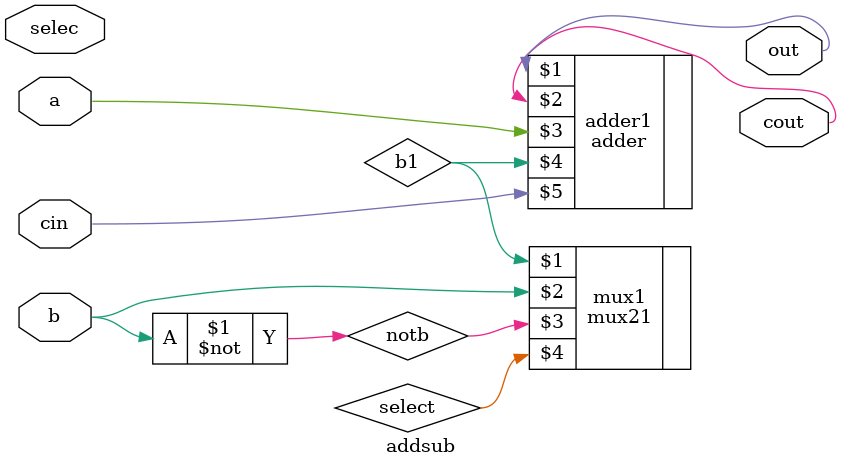
<source format=v>
`timescale 1ns / 1ps


module addsub(
out,
cout,
a,
b,
cin,
selec
);

input a,b,cin,selec;
output out,cout; 
not #(50) not1(notb,b);
mux21 mux1(b1,b,notb,select);

adder adder1(out,cout,a,b1,cin);

endmodule





</source>
